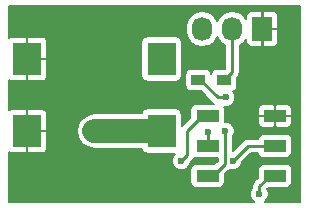
<source format=gtl>
G04 #@! TF.FileFunction,Copper,L1,Top,Signal*
%FSLAX46Y46*%
G04 Gerber Fmt 4.6, Leading zero omitted, Abs format (unit mm)*
G04 Created by KiCad (PCBNEW 4.0.1-stable) date Monday, January 04, 2016 'pmt' 12:40:34 pm*
%MOMM*%
G01*
G04 APERTURE LIST*
%ADD10C,0.100000*%
%ADD11R,2.397760X2.799080*%
%ADD12R,1.899920X1.018540*%
%ADD13R,1.727200X2.032000*%
%ADD14O,1.727200X2.032000*%
%ADD15R,1.200000X0.900000*%
%ADD16C,0.600000*%
%ADD17C,0.250000*%
%ADD18C,2.000000*%
%ADD19C,0.200000*%
G04 APERTURE END LIST*
D10*
D11*
X137017760Y-129286000D03*
X137017760Y-123187460D03*
X125618240Y-129286000D03*
X125618240Y-123187460D03*
D12*
X140914120Y-128016000D03*
X146613880Y-128016000D03*
X140914120Y-130556000D03*
X146613880Y-130556000D03*
X140914120Y-133096000D03*
X146613880Y-133096000D03*
D13*
X145542000Y-120650000D03*
D14*
X143002000Y-120650000D03*
X140462000Y-120650000D03*
D15*
X142324000Y-124968000D03*
X140124000Y-124968000D03*
D16*
X132305756Y-131591052D03*
X143764000Y-127762000D03*
X132334000Y-126746000D03*
X132334000Y-129286000D03*
X131318000Y-129286000D03*
X145288000Y-134620000D03*
X142448919Y-126445279D03*
X143037598Y-131826000D03*
X138684000Y-131826000D03*
X140932991Y-129351839D03*
X142405298Y-129289888D03*
D17*
X132334000Y-126746000D02*
X132034001Y-127045999D01*
X132034001Y-127045999D02*
X132034001Y-127208001D01*
D18*
X132334000Y-129286000D02*
X131318000Y-129286000D01*
X137017760Y-129286000D02*
X132334000Y-129286000D01*
D17*
X146613880Y-133096000D02*
X146173190Y-133096000D01*
X146173190Y-133096000D02*
X145288000Y-133981190D01*
X145288000Y-133981190D02*
X145288000Y-134620000D01*
X141751279Y-126445279D02*
X142448919Y-126445279D01*
X140274000Y-124968000D02*
X141751279Y-126445279D01*
X140124000Y-124968000D02*
X140274000Y-124968000D01*
X140208000Y-125052000D02*
X140124000Y-124968000D01*
X144307598Y-130556000D02*
X143037598Y-131826000D01*
X146613880Y-130556000D02*
X144307598Y-130556000D01*
X139192000Y-131318000D02*
X139192000Y-129297430D01*
X139192000Y-129297430D02*
X140473430Y-128016000D01*
X140473430Y-128016000D02*
X140914120Y-128016000D01*
X138684000Y-131826000D02*
X139192000Y-131318000D01*
X140914120Y-129370710D02*
X140932991Y-129351839D01*
X140914120Y-130556000D02*
X140914120Y-129370710D01*
X142405298Y-132045512D02*
X142405298Y-129289888D01*
X141354810Y-133096000D02*
X142405298Y-132045512D01*
X140914120Y-133096000D02*
X141354810Y-133096000D01*
X143002000Y-121158000D02*
X143002000Y-124290000D01*
X143002000Y-124290000D02*
X142324000Y-124968000D01*
D19*
G36*
X148744000Y-135282000D02*
X145757204Y-135282000D01*
X145965812Y-135073755D01*
X146087861Y-134779828D01*
X146088139Y-134461568D01*
X145972171Y-134180903D01*
X146038009Y-134115065D01*
X147563840Y-134115065D01*
X147749129Y-134080201D01*
X147919305Y-133970695D01*
X148033470Y-133803609D01*
X148073635Y-133605270D01*
X148073635Y-132586730D01*
X148038771Y-132401441D01*
X147929265Y-132231265D01*
X147762179Y-132117100D01*
X147563840Y-132076935D01*
X145663920Y-132076935D01*
X145478631Y-132111799D01*
X145308455Y-132221305D01*
X145194290Y-132388391D01*
X145154125Y-132586730D01*
X145154125Y-133231181D01*
X144846058Y-133539248D01*
X144710575Y-133742013D01*
X144663000Y-133981190D01*
X144663000Y-134113525D01*
X144610188Y-134166245D01*
X144488139Y-134460172D01*
X144487861Y-134778432D01*
X144609397Y-135072572D01*
X144818461Y-135282000D01*
X124052000Y-135282000D01*
X124052000Y-131025287D01*
X124136133Y-131109419D01*
X124319904Y-131185540D01*
X125468240Y-131185540D01*
X125593240Y-131060540D01*
X125593240Y-129311000D01*
X125643240Y-129311000D01*
X125643240Y-131060540D01*
X125768240Y-131185540D01*
X126916576Y-131185540D01*
X127100347Y-131109419D01*
X127241000Y-130968767D01*
X127317120Y-130784996D01*
X127317120Y-129436000D01*
X127192120Y-129311000D01*
X125643240Y-129311000D01*
X125593240Y-129311000D01*
X125573240Y-129311000D01*
X125573240Y-129286000D01*
X129818000Y-129286000D01*
X129932181Y-129860025D01*
X130257340Y-130346660D01*
X130743975Y-130671819D01*
X131318000Y-130786000D01*
X135327988Y-130786000D01*
X135343949Y-130870829D01*
X135453455Y-131041005D01*
X135620541Y-131155170D01*
X135818880Y-131195335D01*
X138183406Y-131195335D01*
X138006188Y-131372245D01*
X137884139Y-131666172D01*
X137883861Y-131984432D01*
X138005397Y-132278572D01*
X138230245Y-132503812D01*
X138524172Y-132625861D01*
X138842432Y-132626139D01*
X139136572Y-132504603D01*
X139361812Y-132279755D01*
X139483861Y-131985828D01*
X139483927Y-131909956D01*
X139633939Y-131759944D01*
X139633942Y-131759942D01*
X139769425Y-131557177D01*
X139773545Y-131536464D01*
X139964160Y-131575065D01*
X141780298Y-131575065D01*
X141780298Y-131786629D01*
X141489992Y-132076935D01*
X139964160Y-132076935D01*
X139778871Y-132111799D01*
X139608695Y-132221305D01*
X139494530Y-132388391D01*
X139454365Y-132586730D01*
X139454365Y-133605270D01*
X139489229Y-133790559D01*
X139598735Y-133960735D01*
X139765821Y-134074900D01*
X139964160Y-134115065D01*
X141864080Y-134115065D01*
X142049369Y-134080201D01*
X142219545Y-133970695D01*
X142333710Y-133803609D01*
X142373875Y-133605270D01*
X142373875Y-132960818D01*
X142758399Y-132576294D01*
X142877770Y-132625861D01*
X143196030Y-132626139D01*
X143490170Y-132504603D01*
X143715410Y-132279755D01*
X143837459Y-131985828D01*
X143837525Y-131909957D01*
X144566481Y-131181000D01*
X145175901Y-131181000D01*
X145188989Y-131250559D01*
X145298495Y-131420735D01*
X145465581Y-131534900D01*
X145663920Y-131575065D01*
X147563840Y-131575065D01*
X147749129Y-131540201D01*
X147919305Y-131430695D01*
X148033470Y-131263609D01*
X148073635Y-131065270D01*
X148073635Y-130046730D01*
X148038771Y-129861441D01*
X147929265Y-129691265D01*
X147762179Y-129577100D01*
X147563840Y-129536935D01*
X145663920Y-129536935D01*
X145478631Y-129571799D01*
X145308455Y-129681305D01*
X145194290Y-129848391D01*
X145177561Y-129931000D01*
X144307603Y-129931000D01*
X144307598Y-129930999D01*
X144068421Y-129978575D01*
X143865656Y-130114058D01*
X143865654Y-130114061D01*
X143030298Y-130949416D01*
X143030298Y-129796363D01*
X143083110Y-129743643D01*
X143205159Y-129449716D01*
X143205437Y-129131456D01*
X143083901Y-128837316D01*
X142859053Y-128612076D01*
X142565126Y-128490027D01*
X142373875Y-128489860D01*
X142373875Y-128166000D01*
X145163920Y-128166000D01*
X145163920Y-128624726D01*
X145240040Y-128808497D01*
X145380693Y-128949149D01*
X145564464Y-129025270D01*
X146463880Y-129025270D01*
X146588880Y-128900270D01*
X146588880Y-128041000D01*
X146638880Y-128041000D01*
X146638880Y-128900270D01*
X146763880Y-129025270D01*
X147663296Y-129025270D01*
X147847067Y-128949149D01*
X147987720Y-128808497D01*
X148063840Y-128624726D01*
X148063840Y-128166000D01*
X147938840Y-128041000D01*
X146638880Y-128041000D01*
X146588880Y-128041000D01*
X145288920Y-128041000D01*
X145163920Y-128166000D01*
X142373875Y-128166000D01*
X142373875Y-127506730D01*
X142355162Y-127407274D01*
X145163920Y-127407274D01*
X145163920Y-127866000D01*
X145288920Y-127991000D01*
X146588880Y-127991000D01*
X146588880Y-127131730D01*
X146638880Y-127131730D01*
X146638880Y-127991000D01*
X147938840Y-127991000D01*
X148063840Y-127866000D01*
X148063840Y-127407274D01*
X147987720Y-127223503D01*
X147847067Y-127082851D01*
X147663296Y-127006730D01*
X146763880Y-127006730D01*
X146638880Y-127131730D01*
X146588880Y-127131730D01*
X146463880Y-127006730D01*
X145564464Y-127006730D01*
X145380693Y-127082851D01*
X145240040Y-127223503D01*
X145163920Y-127407274D01*
X142355162Y-127407274D01*
X142339011Y-127321441D01*
X142289913Y-127245141D01*
X142607351Y-127245418D01*
X142901491Y-127123882D01*
X143126731Y-126899034D01*
X143248780Y-126605107D01*
X143249058Y-126286847D01*
X143127522Y-125992707D01*
X143040787Y-125905820D01*
X143109289Y-125892931D01*
X143279465Y-125783425D01*
X143393630Y-125616339D01*
X143433795Y-125418000D01*
X143433795Y-124742089D01*
X143443942Y-124731942D01*
X143579425Y-124529177D01*
X143627001Y-124290000D01*
X143627000Y-124289995D01*
X143627000Y-122022964D01*
X143966211Y-121796311D01*
X144178400Y-121478747D01*
X144178400Y-121765456D01*
X144254520Y-121949227D01*
X144395173Y-122089879D01*
X144578944Y-122166000D01*
X145392000Y-122166000D01*
X145517000Y-122041000D01*
X145517000Y-120675000D01*
X145567000Y-120675000D01*
X145567000Y-122041000D01*
X145692000Y-122166000D01*
X146505056Y-122166000D01*
X146688827Y-122089879D01*
X146829480Y-121949227D01*
X146905600Y-121765456D01*
X146905600Y-120800000D01*
X146780600Y-120675000D01*
X145567000Y-120675000D01*
X145517000Y-120675000D01*
X145497000Y-120675000D01*
X145497000Y-120625000D01*
X145517000Y-120625000D01*
X145517000Y-119259000D01*
X145567000Y-119259000D01*
X145567000Y-120625000D01*
X146780600Y-120625000D01*
X146905600Y-120500000D01*
X146905600Y-119534544D01*
X146829480Y-119350773D01*
X146688827Y-119210121D01*
X146505056Y-119134000D01*
X145692000Y-119134000D01*
X145567000Y-119259000D01*
X145517000Y-119259000D01*
X145392000Y-119134000D01*
X144578944Y-119134000D01*
X144395173Y-119210121D01*
X144254520Y-119350773D01*
X144178400Y-119534544D01*
X144178400Y-119821253D01*
X143966211Y-119503689D01*
X143523827Y-119208098D01*
X143002000Y-119104300D01*
X142480173Y-119208098D01*
X142037789Y-119503689D01*
X141742198Y-119946073D01*
X141732000Y-119997342D01*
X141721802Y-119946073D01*
X141426211Y-119503689D01*
X140983827Y-119208098D01*
X140462000Y-119104300D01*
X139940173Y-119208098D01*
X139497789Y-119503689D01*
X139202198Y-119946073D01*
X139098400Y-120467900D01*
X139098400Y-120832100D01*
X139202198Y-121353927D01*
X139497789Y-121796311D01*
X139940173Y-122091902D01*
X140462000Y-122195700D01*
X140983827Y-122091902D01*
X141426211Y-121796311D01*
X141721802Y-121353927D01*
X141732000Y-121302658D01*
X141742198Y-121353927D01*
X142037789Y-121796311D01*
X142377000Y-122022964D01*
X142377000Y-124008205D01*
X141724000Y-124008205D01*
X141538711Y-124043069D01*
X141368535Y-124152575D01*
X141254370Y-124319661D01*
X141224360Y-124467855D01*
X141198931Y-124332711D01*
X141089425Y-124162535D01*
X140922339Y-124048370D01*
X140724000Y-124008205D01*
X139524000Y-124008205D01*
X139338711Y-124043069D01*
X139168535Y-124152575D01*
X139054370Y-124319661D01*
X139014205Y-124518000D01*
X139014205Y-125418000D01*
X139049069Y-125603289D01*
X139158575Y-125773465D01*
X139325661Y-125887630D01*
X139524000Y-125927795D01*
X140349911Y-125927795D01*
X141309337Y-126887221D01*
X141473536Y-126996935D01*
X139964160Y-126996935D01*
X139778871Y-127031799D01*
X139608695Y-127141305D01*
X139494530Y-127308391D01*
X139454365Y-127506730D01*
X139454365Y-128151181D01*
X138750058Y-128855488D01*
X138726435Y-128890842D01*
X138726435Y-127886460D01*
X138691571Y-127701171D01*
X138582065Y-127530995D01*
X138414979Y-127416830D01*
X138216640Y-127376665D01*
X135818880Y-127376665D01*
X135633591Y-127411529D01*
X135463415Y-127521035D01*
X135349250Y-127688121D01*
X135329429Y-127786000D01*
X131318000Y-127786000D01*
X130743975Y-127900181D01*
X130257340Y-128225340D01*
X129932181Y-128711975D01*
X129818000Y-129286000D01*
X125573240Y-129286000D01*
X125573240Y-129261000D01*
X125593240Y-129261000D01*
X125593240Y-127511460D01*
X125643240Y-127511460D01*
X125643240Y-129261000D01*
X127192120Y-129261000D01*
X127317120Y-129136000D01*
X127317120Y-127787004D01*
X127241000Y-127603233D01*
X127100347Y-127462581D01*
X126916576Y-127386460D01*
X125768240Y-127386460D01*
X125643240Y-127511460D01*
X125593240Y-127511460D01*
X125468240Y-127386460D01*
X124319904Y-127386460D01*
X124136133Y-127462581D01*
X124052000Y-127546713D01*
X124052000Y-124926747D01*
X124136133Y-125010879D01*
X124319904Y-125087000D01*
X125468240Y-125087000D01*
X125593240Y-124962000D01*
X125593240Y-123212460D01*
X125643240Y-123212460D01*
X125643240Y-124962000D01*
X125768240Y-125087000D01*
X126916576Y-125087000D01*
X127100347Y-125010879D01*
X127241000Y-124870227D01*
X127317120Y-124686456D01*
X127317120Y-123337460D01*
X127192120Y-123212460D01*
X125643240Y-123212460D01*
X125593240Y-123212460D01*
X125573240Y-123212460D01*
X125573240Y-123162460D01*
X125593240Y-123162460D01*
X125593240Y-121412920D01*
X125643240Y-121412920D01*
X125643240Y-123162460D01*
X127192120Y-123162460D01*
X127317120Y-123037460D01*
X127317120Y-121787920D01*
X135309085Y-121787920D01*
X135309085Y-124587000D01*
X135343949Y-124772289D01*
X135453455Y-124942465D01*
X135620541Y-125056630D01*
X135818880Y-125096795D01*
X138216640Y-125096795D01*
X138401929Y-125061931D01*
X138572105Y-124952425D01*
X138686270Y-124785339D01*
X138726435Y-124587000D01*
X138726435Y-121787920D01*
X138691571Y-121602631D01*
X138582065Y-121432455D01*
X138414979Y-121318290D01*
X138216640Y-121278125D01*
X135818880Y-121278125D01*
X135633591Y-121312989D01*
X135463415Y-121422495D01*
X135349250Y-121589581D01*
X135309085Y-121787920D01*
X127317120Y-121787920D01*
X127317120Y-121688464D01*
X127241000Y-121504693D01*
X127100347Y-121364041D01*
X126916576Y-121287920D01*
X125768240Y-121287920D01*
X125643240Y-121412920D01*
X125593240Y-121412920D01*
X125468240Y-121287920D01*
X124319904Y-121287920D01*
X124136133Y-121364041D01*
X124052000Y-121448173D01*
X124052000Y-118718000D01*
X148744000Y-118718000D01*
X148744000Y-135282000D01*
X148744000Y-135282000D01*
G37*
X148744000Y-135282000D02*
X145757204Y-135282000D01*
X145965812Y-135073755D01*
X146087861Y-134779828D01*
X146088139Y-134461568D01*
X145972171Y-134180903D01*
X146038009Y-134115065D01*
X147563840Y-134115065D01*
X147749129Y-134080201D01*
X147919305Y-133970695D01*
X148033470Y-133803609D01*
X148073635Y-133605270D01*
X148073635Y-132586730D01*
X148038771Y-132401441D01*
X147929265Y-132231265D01*
X147762179Y-132117100D01*
X147563840Y-132076935D01*
X145663920Y-132076935D01*
X145478631Y-132111799D01*
X145308455Y-132221305D01*
X145194290Y-132388391D01*
X145154125Y-132586730D01*
X145154125Y-133231181D01*
X144846058Y-133539248D01*
X144710575Y-133742013D01*
X144663000Y-133981190D01*
X144663000Y-134113525D01*
X144610188Y-134166245D01*
X144488139Y-134460172D01*
X144487861Y-134778432D01*
X144609397Y-135072572D01*
X144818461Y-135282000D01*
X124052000Y-135282000D01*
X124052000Y-131025287D01*
X124136133Y-131109419D01*
X124319904Y-131185540D01*
X125468240Y-131185540D01*
X125593240Y-131060540D01*
X125593240Y-129311000D01*
X125643240Y-129311000D01*
X125643240Y-131060540D01*
X125768240Y-131185540D01*
X126916576Y-131185540D01*
X127100347Y-131109419D01*
X127241000Y-130968767D01*
X127317120Y-130784996D01*
X127317120Y-129436000D01*
X127192120Y-129311000D01*
X125643240Y-129311000D01*
X125593240Y-129311000D01*
X125573240Y-129311000D01*
X125573240Y-129286000D01*
X129818000Y-129286000D01*
X129932181Y-129860025D01*
X130257340Y-130346660D01*
X130743975Y-130671819D01*
X131318000Y-130786000D01*
X135327988Y-130786000D01*
X135343949Y-130870829D01*
X135453455Y-131041005D01*
X135620541Y-131155170D01*
X135818880Y-131195335D01*
X138183406Y-131195335D01*
X138006188Y-131372245D01*
X137884139Y-131666172D01*
X137883861Y-131984432D01*
X138005397Y-132278572D01*
X138230245Y-132503812D01*
X138524172Y-132625861D01*
X138842432Y-132626139D01*
X139136572Y-132504603D01*
X139361812Y-132279755D01*
X139483861Y-131985828D01*
X139483927Y-131909956D01*
X139633939Y-131759944D01*
X139633942Y-131759942D01*
X139769425Y-131557177D01*
X139773545Y-131536464D01*
X139964160Y-131575065D01*
X141780298Y-131575065D01*
X141780298Y-131786629D01*
X141489992Y-132076935D01*
X139964160Y-132076935D01*
X139778871Y-132111799D01*
X139608695Y-132221305D01*
X139494530Y-132388391D01*
X139454365Y-132586730D01*
X139454365Y-133605270D01*
X139489229Y-133790559D01*
X139598735Y-133960735D01*
X139765821Y-134074900D01*
X139964160Y-134115065D01*
X141864080Y-134115065D01*
X142049369Y-134080201D01*
X142219545Y-133970695D01*
X142333710Y-133803609D01*
X142373875Y-133605270D01*
X142373875Y-132960818D01*
X142758399Y-132576294D01*
X142877770Y-132625861D01*
X143196030Y-132626139D01*
X143490170Y-132504603D01*
X143715410Y-132279755D01*
X143837459Y-131985828D01*
X143837525Y-131909957D01*
X144566481Y-131181000D01*
X145175901Y-131181000D01*
X145188989Y-131250559D01*
X145298495Y-131420735D01*
X145465581Y-131534900D01*
X145663920Y-131575065D01*
X147563840Y-131575065D01*
X147749129Y-131540201D01*
X147919305Y-131430695D01*
X148033470Y-131263609D01*
X148073635Y-131065270D01*
X148073635Y-130046730D01*
X148038771Y-129861441D01*
X147929265Y-129691265D01*
X147762179Y-129577100D01*
X147563840Y-129536935D01*
X145663920Y-129536935D01*
X145478631Y-129571799D01*
X145308455Y-129681305D01*
X145194290Y-129848391D01*
X145177561Y-129931000D01*
X144307603Y-129931000D01*
X144307598Y-129930999D01*
X144068421Y-129978575D01*
X143865656Y-130114058D01*
X143865654Y-130114061D01*
X143030298Y-130949416D01*
X143030298Y-129796363D01*
X143083110Y-129743643D01*
X143205159Y-129449716D01*
X143205437Y-129131456D01*
X143083901Y-128837316D01*
X142859053Y-128612076D01*
X142565126Y-128490027D01*
X142373875Y-128489860D01*
X142373875Y-128166000D01*
X145163920Y-128166000D01*
X145163920Y-128624726D01*
X145240040Y-128808497D01*
X145380693Y-128949149D01*
X145564464Y-129025270D01*
X146463880Y-129025270D01*
X146588880Y-128900270D01*
X146588880Y-128041000D01*
X146638880Y-128041000D01*
X146638880Y-128900270D01*
X146763880Y-129025270D01*
X147663296Y-129025270D01*
X147847067Y-128949149D01*
X147987720Y-128808497D01*
X148063840Y-128624726D01*
X148063840Y-128166000D01*
X147938840Y-128041000D01*
X146638880Y-128041000D01*
X146588880Y-128041000D01*
X145288920Y-128041000D01*
X145163920Y-128166000D01*
X142373875Y-128166000D01*
X142373875Y-127506730D01*
X142355162Y-127407274D01*
X145163920Y-127407274D01*
X145163920Y-127866000D01*
X145288920Y-127991000D01*
X146588880Y-127991000D01*
X146588880Y-127131730D01*
X146638880Y-127131730D01*
X146638880Y-127991000D01*
X147938840Y-127991000D01*
X148063840Y-127866000D01*
X148063840Y-127407274D01*
X147987720Y-127223503D01*
X147847067Y-127082851D01*
X147663296Y-127006730D01*
X146763880Y-127006730D01*
X146638880Y-127131730D01*
X146588880Y-127131730D01*
X146463880Y-127006730D01*
X145564464Y-127006730D01*
X145380693Y-127082851D01*
X145240040Y-127223503D01*
X145163920Y-127407274D01*
X142355162Y-127407274D01*
X142339011Y-127321441D01*
X142289913Y-127245141D01*
X142607351Y-127245418D01*
X142901491Y-127123882D01*
X143126731Y-126899034D01*
X143248780Y-126605107D01*
X143249058Y-126286847D01*
X143127522Y-125992707D01*
X143040787Y-125905820D01*
X143109289Y-125892931D01*
X143279465Y-125783425D01*
X143393630Y-125616339D01*
X143433795Y-125418000D01*
X143433795Y-124742089D01*
X143443942Y-124731942D01*
X143579425Y-124529177D01*
X143627001Y-124290000D01*
X143627000Y-124289995D01*
X143627000Y-122022964D01*
X143966211Y-121796311D01*
X144178400Y-121478747D01*
X144178400Y-121765456D01*
X144254520Y-121949227D01*
X144395173Y-122089879D01*
X144578944Y-122166000D01*
X145392000Y-122166000D01*
X145517000Y-122041000D01*
X145517000Y-120675000D01*
X145567000Y-120675000D01*
X145567000Y-122041000D01*
X145692000Y-122166000D01*
X146505056Y-122166000D01*
X146688827Y-122089879D01*
X146829480Y-121949227D01*
X146905600Y-121765456D01*
X146905600Y-120800000D01*
X146780600Y-120675000D01*
X145567000Y-120675000D01*
X145517000Y-120675000D01*
X145497000Y-120675000D01*
X145497000Y-120625000D01*
X145517000Y-120625000D01*
X145517000Y-119259000D01*
X145567000Y-119259000D01*
X145567000Y-120625000D01*
X146780600Y-120625000D01*
X146905600Y-120500000D01*
X146905600Y-119534544D01*
X146829480Y-119350773D01*
X146688827Y-119210121D01*
X146505056Y-119134000D01*
X145692000Y-119134000D01*
X145567000Y-119259000D01*
X145517000Y-119259000D01*
X145392000Y-119134000D01*
X144578944Y-119134000D01*
X144395173Y-119210121D01*
X144254520Y-119350773D01*
X144178400Y-119534544D01*
X144178400Y-119821253D01*
X143966211Y-119503689D01*
X143523827Y-119208098D01*
X143002000Y-119104300D01*
X142480173Y-119208098D01*
X142037789Y-119503689D01*
X141742198Y-119946073D01*
X141732000Y-119997342D01*
X141721802Y-119946073D01*
X141426211Y-119503689D01*
X140983827Y-119208098D01*
X140462000Y-119104300D01*
X139940173Y-119208098D01*
X139497789Y-119503689D01*
X139202198Y-119946073D01*
X139098400Y-120467900D01*
X139098400Y-120832100D01*
X139202198Y-121353927D01*
X139497789Y-121796311D01*
X139940173Y-122091902D01*
X140462000Y-122195700D01*
X140983827Y-122091902D01*
X141426211Y-121796311D01*
X141721802Y-121353927D01*
X141732000Y-121302658D01*
X141742198Y-121353927D01*
X142037789Y-121796311D01*
X142377000Y-122022964D01*
X142377000Y-124008205D01*
X141724000Y-124008205D01*
X141538711Y-124043069D01*
X141368535Y-124152575D01*
X141254370Y-124319661D01*
X141224360Y-124467855D01*
X141198931Y-124332711D01*
X141089425Y-124162535D01*
X140922339Y-124048370D01*
X140724000Y-124008205D01*
X139524000Y-124008205D01*
X139338711Y-124043069D01*
X139168535Y-124152575D01*
X139054370Y-124319661D01*
X139014205Y-124518000D01*
X139014205Y-125418000D01*
X139049069Y-125603289D01*
X139158575Y-125773465D01*
X139325661Y-125887630D01*
X139524000Y-125927795D01*
X140349911Y-125927795D01*
X141309337Y-126887221D01*
X141473536Y-126996935D01*
X139964160Y-126996935D01*
X139778871Y-127031799D01*
X139608695Y-127141305D01*
X139494530Y-127308391D01*
X139454365Y-127506730D01*
X139454365Y-128151181D01*
X138750058Y-128855488D01*
X138726435Y-128890842D01*
X138726435Y-127886460D01*
X138691571Y-127701171D01*
X138582065Y-127530995D01*
X138414979Y-127416830D01*
X138216640Y-127376665D01*
X135818880Y-127376665D01*
X135633591Y-127411529D01*
X135463415Y-127521035D01*
X135349250Y-127688121D01*
X135329429Y-127786000D01*
X131318000Y-127786000D01*
X130743975Y-127900181D01*
X130257340Y-128225340D01*
X129932181Y-128711975D01*
X129818000Y-129286000D01*
X125573240Y-129286000D01*
X125573240Y-129261000D01*
X125593240Y-129261000D01*
X125593240Y-127511460D01*
X125643240Y-127511460D01*
X125643240Y-129261000D01*
X127192120Y-129261000D01*
X127317120Y-129136000D01*
X127317120Y-127787004D01*
X127241000Y-127603233D01*
X127100347Y-127462581D01*
X126916576Y-127386460D01*
X125768240Y-127386460D01*
X125643240Y-127511460D01*
X125593240Y-127511460D01*
X125468240Y-127386460D01*
X124319904Y-127386460D01*
X124136133Y-127462581D01*
X124052000Y-127546713D01*
X124052000Y-124926747D01*
X124136133Y-125010879D01*
X124319904Y-125087000D01*
X125468240Y-125087000D01*
X125593240Y-124962000D01*
X125593240Y-123212460D01*
X125643240Y-123212460D01*
X125643240Y-124962000D01*
X125768240Y-125087000D01*
X126916576Y-125087000D01*
X127100347Y-125010879D01*
X127241000Y-124870227D01*
X127317120Y-124686456D01*
X127317120Y-123337460D01*
X127192120Y-123212460D01*
X125643240Y-123212460D01*
X125593240Y-123212460D01*
X125573240Y-123212460D01*
X125573240Y-123162460D01*
X125593240Y-123162460D01*
X125593240Y-121412920D01*
X125643240Y-121412920D01*
X125643240Y-123162460D01*
X127192120Y-123162460D01*
X127317120Y-123037460D01*
X127317120Y-121787920D01*
X135309085Y-121787920D01*
X135309085Y-124587000D01*
X135343949Y-124772289D01*
X135453455Y-124942465D01*
X135620541Y-125056630D01*
X135818880Y-125096795D01*
X138216640Y-125096795D01*
X138401929Y-125061931D01*
X138572105Y-124952425D01*
X138686270Y-124785339D01*
X138726435Y-124587000D01*
X138726435Y-121787920D01*
X138691571Y-121602631D01*
X138582065Y-121432455D01*
X138414979Y-121318290D01*
X138216640Y-121278125D01*
X135818880Y-121278125D01*
X135633591Y-121312989D01*
X135463415Y-121422495D01*
X135349250Y-121589581D01*
X135309085Y-121787920D01*
X127317120Y-121787920D01*
X127317120Y-121688464D01*
X127241000Y-121504693D01*
X127100347Y-121364041D01*
X126916576Y-121287920D01*
X125768240Y-121287920D01*
X125643240Y-121412920D01*
X125593240Y-121412920D01*
X125468240Y-121287920D01*
X124319904Y-121287920D01*
X124136133Y-121364041D01*
X124052000Y-121448173D01*
X124052000Y-118718000D01*
X148744000Y-118718000D01*
X148744000Y-135282000D01*
M02*

</source>
